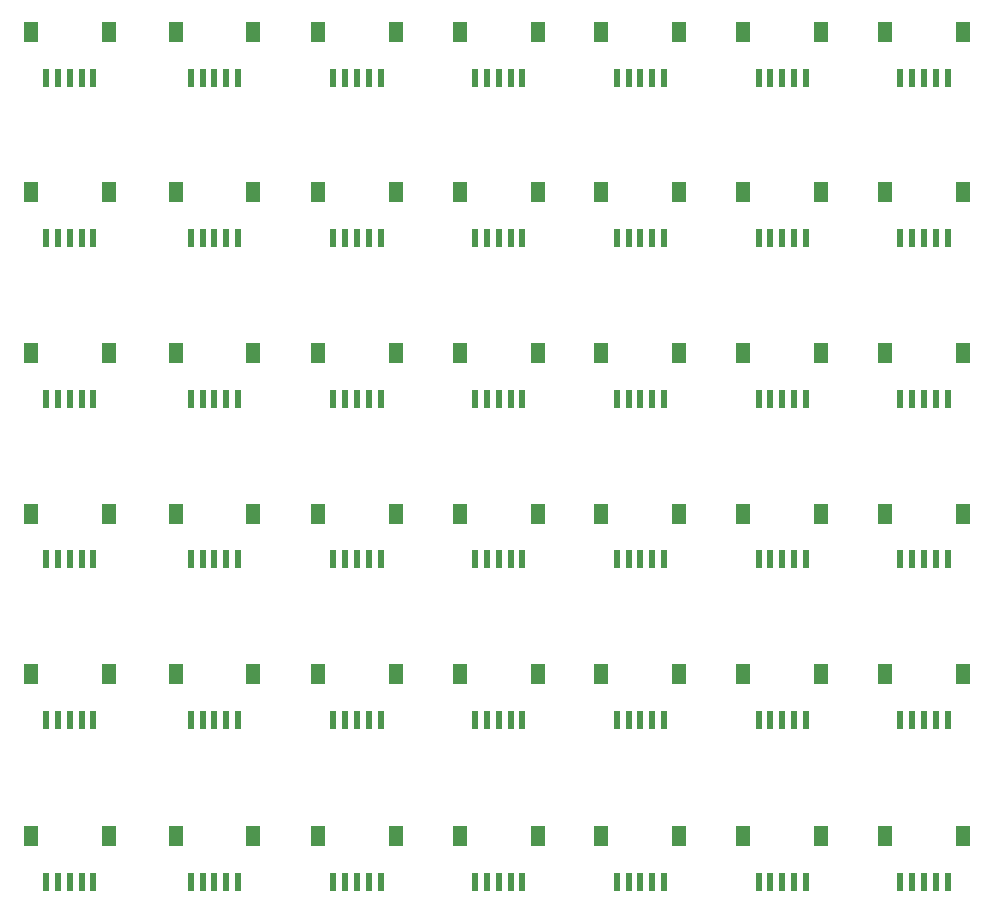
<source format=gbr>
G04 #@! TF.GenerationSoftware,KiCad,Pcbnew,5.0.2-bee76a0~70~ubuntu18.04.1*
G04 #@! TF.CreationDate,2019-05-10T19:11:01+02:00*
G04 #@! TF.ProjectId,spi_connector_board_5x5_panel,7370695f-636f-46e6-9e65-63746f725f62,rev?*
G04 #@! TF.SameCoordinates,Original*
G04 #@! TF.FileFunction,Paste,Top*
G04 #@! TF.FilePolarity,Positive*
%FSLAX46Y46*%
G04 Gerber Fmt 4.6, Leading zero omitted, Abs format (unit mm)*
G04 Created by KiCad (PCBNEW 5.0.2-bee76a0~70~ubuntu18.04.1) date Fr 10 Mai 2019 19:11:01 CEST*
%MOMM*%
%LPD*%
G01*
G04 APERTURE LIST*
%ADD10R,0.600000X1.550000*%
%ADD11R,1.200000X1.800000*%
G04 APERTURE END LIST*
D10*
G04 #@! TO.C,JST_SM05B-SRSS-TB(LF)(SN)*
X102822500Y-89406500D03*
D11*
X104122500Y-85531500D03*
X97522500Y-85531500D03*
D10*
X101822500Y-89406500D03*
X100822500Y-89406500D03*
X99822500Y-89406500D03*
X98822500Y-89406500D03*
G04 #@! TD*
G04 #@! TO.C,JST_SM05B-SRSS-TB(LF)(SN)*
X102822500Y-116606500D03*
D11*
X104122500Y-112731500D03*
X97522500Y-112731500D03*
D10*
X101822500Y-116606500D03*
X100822500Y-116606500D03*
X99822500Y-116606500D03*
X98822500Y-116606500D03*
G04 #@! TD*
G04 #@! TO.C,JST_SM05B-SRSS-TB(LF)(SN)*
X98822500Y-130322500D03*
X99822500Y-130322500D03*
X100822500Y-130322500D03*
X101822500Y-130322500D03*
D11*
X97522500Y-126447500D03*
X104122500Y-126447500D03*
D10*
X102822500Y-130322500D03*
G04 #@! TD*
G04 #@! TO.C,JST_SM05B-SRSS-TB(LF)(SN)*
X98822500Y-62206500D03*
X99822500Y-62206500D03*
X100822500Y-62206500D03*
X101822500Y-62206500D03*
D11*
X97522500Y-58331500D03*
X104122500Y-58331500D03*
D10*
X102822500Y-62206500D03*
G04 #@! TD*
G04 #@! TO.C,JST_SM05B-SRSS-TB(LF)(SN)*
X102822500Y-103006500D03*
D11*
X104122500Y-99131500D03*
X97522500Y-99131500D03*
D10*
X101822500Y-103006500D03*
X100822500Y-103006500D03*
X99822500Y-103006500D03*
X98822500Y-103006500D03*
G04 #@! TD*
G04 #@! TO.C,JST_SM05B-SRSS-TB(LF)(SN)*
X102822500Y-75806500D03*
D11*
X104122500Y-71931500D03*
X97522500Y-71931500D03*
D10*
X101822500Y-75806500D03*
X100822500Y-75806500D03*
X99822500Y-75806500D03*
X98822500Y-75806500D03*
G04 #@! TD*
G04 #@! TO.C,JST_SM05B-SRSS-TB(LF)(SN)*
X115078000Y-130322500D03*
D11*
X116378000Y-126447500D03*
X109778000Y-126447500D03*
D10*
X114078000Y-130322500D03*
X113078000Y-130322500D03*
X112078000Y-130322500D03*
X111078000Y-130322500D03*
G04 #@! TD*
G04 #@! TO.C,JST_SM05B-SRSS-TB(LF)(SN)*
X171143000Y-130322500D03*
X172143000Y-130322500D03*
X173143000Y-130322500D03*
X174143000Y-130322500D03*
D11*
X169843000Y-126447500D03*
X176443000Y-126447500D03*
D10*
X175143000Y-130322500D03*
G04 #@! TD*
G04 #@! TO.C,JST_SM05B-SRSS-TB(LF)(SN)*
X159143000Y-130322500D03*
X160143000Y-130322500D03*
X161143000Y-130322500D03*
X162143000Y-130322500D03*
D11*
X157843000Y-126447500D03*
X164443000Y-126447500D03*
D10*
X163143000Y-130322500D03*
G04 #@! TD*
G04 #@! TO.C,JST_SM05B-SRSS-TB(LF)(SN)*
X147143000Y-130322500D03*
X148143000Y-130322500D03*
X149143000Y-130322500D03*
X150143000Y-130322500D03*
D11*
X145843000Y-126447500D03*
X152443000Y-126447500D03*
D10*
X151143000Y-130322500D03*
G04 #@! TD*
G04 #@! TO.C,JST_SM05B-SRSS-TB(LF)(SN)*
X135143000Y-130322500D03*
X136143000Y-130322500D03*
X137143000Y-130322500D03*
X138143000Y-130322500D03*
D11*
X133843000Y-126447500D03*
X140443000Y-126447500D03*
D10*
X139143000Y-130322500D03*
G04 #@! TD*
G04 #@! TO.C,JST_SM05B-SRSS-TB(LF)(SN)*
X123143000Y-130322500D03*
X124143000Y-130322500D03*
X125143000Y-130322500D03*
X126143000Y-130322500D03*
D11*
X121843000Y-126447500D03*
X128443000Y-126447500D03*
D10*
X127143000Y-130322500D03*
G04 #@! TD*
G04 #@! TO.C,JST_SM05B-SRSS-TB(LF)(SN)*
X115078000Y-62206500D03*
D11*
X116378000Y-58331500D03*
X109778000Y-58331500D03*
D10*
X114078000Y-62206500D03*
X113078000Y-62206500D03*
X112078000Y-62206500D03*
X111078000Y-62206500D03*
G04 #@! TD*
G04 #@! TO.C,JST_SM05B-SRSS-TB(LF)(SN)*
X111078000Y-116606500D03*
X112078000Y-116606500D03*
X113078000Y-116606500D03*
X114078000Y-116606500D03*
D11*
X109778000Y-112731500D03*
X116378000Y-112731500D03*
D10*
X115078000Y-116606500D03*
G04 #@! TD*
G04 #@! TO.C,JST_SM05B-SRSS-TB(LF)(SN)*
X111078000Y-103006500D03*
X112078000Y-103006500D03*
X113078000Y-103006500D03*
X114078000Y-103006500D03*
D11*
X109778000Y-99131500D03*
X116378000Y-99131500D03*
D10*
X115078000Y-103006500D03*
G04 #@! TD*
G04 #@! TO.C,JST_SM05B-SRSS-TB(LF)(SN)*
X111078000Y-89406500D03*
X112078000Y-89406500D03*
X113078000Y-89406500D03*
X114078000Y-89406500D03*
D11*
X109778000Y-85531500D03*
X116378000Y-85531500D03*
D10*
X115078000Y-89406500D03*
G04 #@! TD*
G04 #@! TO.C,JST_SM05B-SRSS-TB(LF)(SN)*
X111078000Y-75806500D03*
X112078000Y-75806500D03*
X113078000Y-75806500D03*
X114078000Y-75806500D03*
D11*
X109778000Y-71931500D03*
X116378000Y-71931500D03*
D10*
X115078000Y-75806500D03*
G04 #@! TD*
G04 #@! TO.C,JST_SM05B-SRSS-TB(LF)(SN)*
X175143000Y-116606500D03*
D11*
X176443000Y-112731500D03*
X169843000Y-112731500D03*
D10*
X174143000Y-116606500D03*
X173143000Y-116606500D03*
X172143000Y-116606500D03*
X171143000Y-116606500D03*
G04 #@! TD*
G04 #@! TO.C,JST_SM05B-SRSS-TB(LF)(SN)*
X163143000Y-116606500D03*
D11*
X164443000Y-112731500D03*
X157843000Y-112731500D03*
D10*
X162143000Y-116606500D03*
X161143000Y-116606500D03*
X160143000Y-116606500D03*
X159143000Y-116606500D03*
G04 #@! TD*
G04 #@! TO.C,JST_SM05B-SRSS-TB(LF)(SN)*
X151143000Y-116606500D03*
D11*
X152443000Y-112731500D03*
X145843000Y-112731500D03*
D10*
X150143000Y-116606500D03*
X149143000Y-116606500D03*
X148143000Y-116606500D03*
X147143000Y-116606500D03*
G04 #@! TD*
G04 #@! TO.C,JST_SM05B-SRSS-TB(LF)(SN)*
X139143000Y-116606500D03*
D11*
X140443000Y-112731500D03*
X133843000Y-112731500D03*
D10*
X138143000Y-116606500D03*
X137143000Y-116606500D03*
X136143000Y-116606500D03*
X135143000Y-116606500D03*
G04 #@! TD*
G04 #@! TO.C,JST_SM05B-SRSS-TB(LF)(SN)*
X127143000Y-116606500D03*
D11*
X128443000Y-112731500D03*
X121843000Y-112731500D03*
D10*
X126143000Y-116606500D03*
X125143000Y-116606500D03*
X124143000Y-116606500D03*
X123143000Y-116606500D03*
G04 #@! TD*
G04 #@! TO.C,JST_SM05B-SRSS-TB(LF)(SN)*
X175143000Y-103006500D03*
D11*
X176443000Y-99131500D03*
X169843000Y-99131500D03*
D10*
X174143000Y-103006500D03*
X173143000Y-103006500D03*
X172143000Y-103006500D03*
X171143000Y-103006500D03*
G04 #@! TD*
G04 #@! TO.C,JST_SM05B-SRSS-TB(LF)(SN)*
X163143000Y-103006500D03*
D11*
X164443000Y-99131500D03*
X157843000Y-99131500D03*
D10*
X162143000Y-103006500D03*
X161143000Y-103006500D03*
X160143000Y-103006500D03*
X159143000Y-103006500D03*
G04 #@! TD*
G04 #@! TO.C,JST_SM05B-SRSS-TB(LF)(SN)*
X151143000Y-103006500D03*
D11*
X152443000Y-99131500D03*
X145843000Y-99131500D03*
D10*
X150143000Y-103006500D03*
X149143000Y-103006500D03*
X148143000Y-103006500D03*
X147143000Y-103006500D03*
G04 #@! TD*
G04 #@! TO.C,JST_SM05B-SRSS-TB(LF)(SN)*
X139143000Y-103006500D03*
D11*
X140443000Y-99131500D03*
X133843000Y-99131500D03*
D10*
X138143000Y-103006500D03*
X137143000Y-103006500D03*
X136143000Y-103006500D03*
X135143000Y-103006500D03*
G04 #@! TD*
G04 #@! TO.C,JST_SM05B-SRSS-TB(LF)(SN)*
X127143000Y-103006500D03*
D11*
X128443000Y-99131500D03*
X121843000Y-99131500D03*
D10*
X126143000Y-103006500D03*
X125143000Y-103006500D03*
X124143000Y-103006500D03*
X123143000Y-103006500D03*
G04 #@! TD*
G04 #@! TO.C,JST_SM05B-SRSS-TB(LF)(SN)*
X175143000Y-89406500D03*
D11*
X176443000Y-85531500D03*
X169843000Y-85531500D03*
D10*
X174143000Y-89406500D03*
X173143000Y-89406500D03*
X172143000Y-89406500D03*
X171143000Y-89406500D03*
G04 #@! TD*
G04 #@! TO.C,JST_SM05B-SRSS-TB(LF)(SN)*
X163143000Y-89406500D03*
D11*
X164443000Y-85531500D03*
X157843000Y-85531500D03*
D10*
X162143000Y-89406500D03*
X161143000Y-89406500D03*
X160143000Y-89406500D03*
X159143000Y-89406500D03*
G04 #@! TD*
G04 #@! TO.C,JST_SM05B-SRSS-TB(LF)(SN)*
X151143000Y-89406500D03*
D11*
X152443000Y-85531500D03*
X145843000Y-85531500D03*
D10*
X150143000Y-89406500D03*
X149143000Y-89406500D03*
X148143000Y-89406500D03*
X147143000Y-89406500D03*
G04 #@! TD*
G04 #@! TO.C,JST_SM05B-SRSS-TB(LF)(SN)*
X139143000Y-89406500D03*
D11*
X140443000Y-85531500D03*
X133843000Y-85531500D03*
D10*
X138143000Y-89406500D03*
X137143000Y-89406500D03*
X136143000Y-89406500D03*
X135143000Y-89406500D03*
G04 #@! TD*
G04 #@! TO.C,JST_SM05B-SRSS-TB(LF)(SN)*
X127143000Y-89406500D03*
D11*
X128443000Y-85531500D03*
X121843000Y-85531500D03*
D10*
X126143000Y-89406500D03*
X125143000Y-89406500D03*
X124143000Y-89406500D03*
X123143000Y-89406500D03*
G04 #@! TD*
G04 #@! TO.C,JST_SM05B-SRSS-TB(LF)(SN)*
X175143000Y-75806500D03*
D11*
X176443000Y-71931500D03*
X169843000Y-71931500D03*
D10*
X174143000Y-75806500D03*
X173143000Y-75806500D03*
X172143000Y-75806500D03*
X171143000Y-75806500D03*
G04 #@! TD*
G04 #@! TO.C,JST_SM05B-SRSS-TB(LF)(SN)*
X163143000Y-75806500D03*
D11*
X164443000Y-71931500D03*
X157843000Y-71931500D03*
D10*
X162143000Y-75806500D03*
X161143000Y-75806500D03*
X160143000Y-75806500D03*
X159143000Y-75806500D03*
G04 #@! TD*
G04 #@! TO.C,JST_SM05B-SRSS-TB(LF)(SN)*
X151143000Y-75806500D03*
D11*
X152443000Y-71931500D03*
X145843000Y-71931500D03*
D10*
X150143000Y-75806500D03*
X149143000Y-75806500D03*
X148143000Y-75806500D03*
X147143000Y-75806500D03*
G04 #@! TD*
G04 #@! TO.C,JST_SM05B-SRSS-TB(LF)(SN)*
X139143000Y-75806500D03*
D11*
X140443000Y-71931500D03*
X133843000Y-71931500D03*
D10*
X138143000Y-75806500D03*
X137143000Y-75806500D03*
X136143000Y-75806500D03*
X135143000Y-75806500D03*
G04 #@! TD*
G04 #@! TO.C,JST_SM05B-SRSS-TB(LF)(SN)*
X127143000Y-75806500D03*
D11*
X128443000Y-71931500D03*
X121843000Y-71931500D03*
D10*
X126143000Y-75806500D03*
X125143000Y-75806500D03*
X124143000Y-75806500D03*
X123143000Y-75806500D03*
G04 #@! TD*
G04 #@! TO.C,JST_SM05B-SRSS-TB(LF)(SN)*
X175143000Y-62206500D03*
D11*
X176443000Y-58331500D03*
X169843000Y-58331500D03*
D10*
X174143000Y-62206500D03*
X173143000Y-62206500D03*
X172143000Y-62206500D03*
X171143000Y-62206500D03*
G04 #@! TD*
G04 #@! TO.C,JST_SM05B-SRSS-TB(LF)(SN)*
X163143000Y-62206500D03*
D11*
X164443000Y-58331500D03*
X157843000Y-58331500D03*
D10*
X162143000Y-62206500D03*
X161143000Y-62206500D03*
X160143000Y-62206500D03*
X159143000Y-62206500D03*
G04 #@! TD*
G04 #@! TO.C,JST_SM05B-SRSS-TB(LF)(SN)*
X151143000Y-62206500D03*
D11*
X152443000Y-58331500D03*
X145843000Y-58331500D03*
D10*
X150143000Y-62206500D03*
X149143000Y-62206500D03*
X148143000Y-62206500D03*
X147143000Y-62206500D03*
G04 #@! TD*
G04 #@! TO.C,JST_SM05B-SRSS-TB(LF)(SN)*
X139143000Y-62206500D03*
D11*
X140443000Y-58331500D03*
X133843000Y-58331500D03*
D10*
X138143000Y-62206500D03*
X137143000Y-62206500D03*
X136143000Y-62206500D03*
X135143000Y-62206500D03*
G04 #@! TD*
G04 #@! TO.C,JST_SM05B-SRSS-TB(LF)(SN)*
X123143000Y-62206500D03*
X124143000Y-62206500D03*
X125143000Y-62206500D03*
X126143000Y-62206500D03*
D11*
X121843000Y-58331500D03*
X128443000Y-58331500D03*
D10*
X127143000Y-62206500D03*
G04 #@! TD*
M02*

</source>
